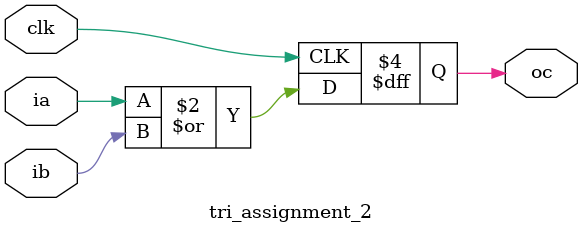
<source format=v>
module tri_assignment_2(
	input wire clk,
	input wire ia,
	input wire ib,
	output reg oc = 1
	);

always @(posedge clk) begin
	oc <= ia | ib;
end


endmodule
</source>
